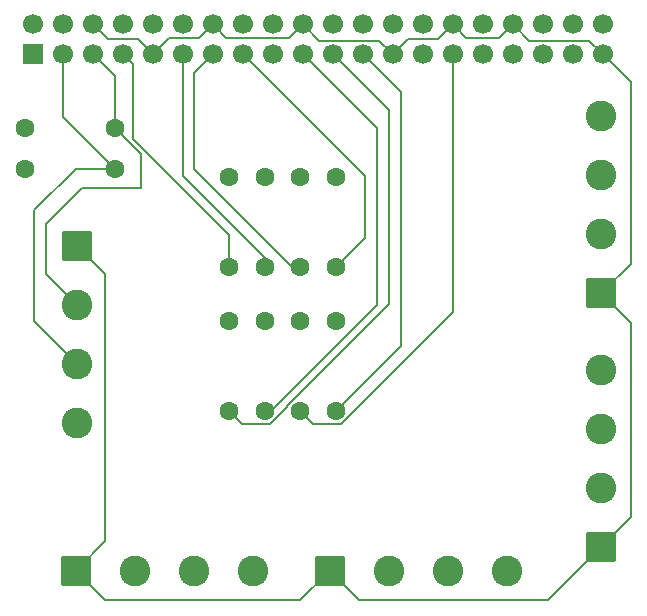
<source format=gbl>
%TF.GenerationSoftware,KiCad,Pcbnew,9.0.7*%
%TF.CreationDate,2026-01-29T23:32:27-08:00*%
%TF.ProjectId,encoders,656e636f-6465-4727-932e-6b696361645f,rev?*%
%TF.SameCoordinates,Original*%
%TF.FileFunction,Copper,L2,Bot*%
%TF.FilePolarity,Positive*%
%FSLAX46Y46*%
G04 Gerber Fmt 4.6, Leading zero omitted, Abs format (unit mm)*
G04 Created by KiCad (PCBNEW 9.0.7) date 2026-01-29 23:32:27*
%MOMM*%
%LPD*%
G01*
G04 APERTURE LIST*
G04 Aperture macros list*
%AMRoundRect*
0 Rectangle with rounded corners*
0 $1 Rounding radius*
0 $2 $3 $4 $5 $6 $7 $8 $9 X,Y pos of 4 corners*
0 Add a 4 corners polygon primitive as box body*
4,1,4,$2,$3,$4,$5,$6,$7,$8,$9,$2,$3,0*
0 Add four circle primitives for the rounded corners*
1,1,$1+$1,$2,$3*
1,1,$1+$1,$4,$5*
1,1,$1+$1,$6,$7*
1,1,$1+$1,$8,$9*
0 Add four rect primitives between the rounded corners*
20,1,$1+$1,$2,$3,$4,$5,0*
20,1,$1+$1,$4,$5,$6,$7,0*
20,1,$1+$1,$6,$7,$8,$9,0*
20,1,$1+$1,$8,$9,$2,$3,0*%
G04 Aperture macros list end*
%TA.AperFunction,ComponentPad*%
%ADD10RoundRect,0.250000X-1.050000X-1.050000X1.050000X-1.050000X1.050000X1.050000X-1.050000X1.050000X0*%
%TD*%
%TA.AperFunction,ComponentPad*%
%ADD11C,2.600000*%
%TD*%
%TA.AperFunction,ComponentPad*%
%ADD12RoundRect,0.250000X-1.050000X1.050000X-1.050000X-1.050000X1.050000X-1.050000X1.050000X1.050000X0*%
%TD*%
%TA.AperFunction,ComponentPad*%
%ADD13C,1.600000*%
%TD*%
%TA.AperFunction,ComponentPad*%
%ADD14RoundRect,0.250000X1.050000X-1.050000X1.050000X1.050000X-1.050000X1.050000X-1.050000X-1.050000X0*%
%TD*%
%TA.AperFunction,ComponentPad*%
%ADD15R,1.700000X1.700000*%
%TD*%
%TA.AperFunction,ComponentPad*%
%ADD16C,1.700000*%
%TD*%
%TA.AperFunction,Conductor*%
%ADD17C,0.200000*%
%TD*%
G04 APERTURE END LIST*
D10*
X133500000Y-92500000D03*
D11*
X138500000Y-92500000D03*
X143500000Y-92500000D03*
X148500000Y-92500000D03*
D12*
X112132500Y-65000000D03*
D11*
X112132500Y-70000000D03*
X112132500Y-75000000D03*
X112132500Y-80000000D03*
D13*
X107690000Y-58500000D03*
X115310000Y-58500000D03*
X131000000Y-59190000D03*
X131000000Y-66810000D03*
D10*
X112000000Y-92500000D03*
D11*
X117000000Y-92500000D03*
X122000000Y-92500000D03*
X127000000Y-92500000D03*
D13*
X125000000Y-71380000D03*
X125000000Y-79000000D03*
X131000000Y-71380000D03*
X131000000Y-79000000D03*
X125000000Y-59190000D03*
X125000000Y-66810000D03*
X128000000Y-71380000D03*
X128000000Y-79000000D03*
D14*
X156500000Y-69000000D03*
D11*
X156500000Y-64000000D03*
X156500000Y-59000000D03*
X156500000Y-54000000D03*
D13*
X134000000Y-71380000D03*
X134000000Y-79000000D03*
X128000000Y-59190000D03*
X128000000Y-66810000D03*
D14*
X156500000Y-90500000D03*
D11*
X156500000Y-85500000D03*
X156500000Y-80500000D03*
X156500000Y-75500000D03*
D13*
X107690000Y-55000000D03*
X115310000Y-55000000D03*
X134000000Y-59190000D03*
X134000000Y-66810000D03*
D15*
X108370000Y-48770000D03*
D16*
X108370000Y-46230000D03*
X110910000Y-48770000D03*
X110910000Y-46230000D03*
X113450000Y-48770000D03*
X113450000Y-46230000D03*
X115990000Y-48770000D03*
X115990000Y-46230000D03*
X118530000Y-48770000D03*
X118530000Y-46230000D03*
X121070000Y-48770000D03*
X121070000Y-46230000D03*
X123610000Y-48770000D03*
X123610000Y-46230000D03*
X126150000Y-48770000D03*
X126150000Y-46230000D03*
X128690000Y-48770000D03*
X128690000Y-46230000D03*
X131230000Y-48770000D03*
X131230000Y-46230000D03*
X133770000Y-48770000D03*
X133770000Y-46230000D03*
X136310000Y-48770000D03*
X136310000Y-46230000D03*
X138850000Y-48770000D03*
X138850000Y-46230000D03*
X141390000Y-48770000D03*
X141390000Y-46230000D03*
X143930000Y-48770000D03*
X143930000Y-46230000D03*
X146470000Y-48770000D03*
X146470000Y-46230000D03*
X149010000Y-48770000D03*
X149010000Y-46230000D03*
X151550000Y-48770000D03*
X151550000Y-46230000D03*
X154090000Y-48770000D03*
X154090000Y-46230000D03*
X156630000Y-48770000D03*
X156630000Y-46230000D03*
D17*
X112132500Y-65000000D02*
X114500000Y-67367500D01*
X117260000Y-47500000D02*
X114720000Y-47500000D01*
X123610000Y-46230000D02*
X122459000Y-47381000D01*
X155479000Y-47619000D02*
X150399000Y-47619000D01*
X147859000Y-47381000D02*
X145081000Y-47381000D01*
X118530000Y-48770000D02*
X117260000Y-47500000D01*
X149010000Y-46230000D02*
X147859000Y-47381000D01*
X122459000Y-47381000D02*
X119919000Y-47381000D01*
X112000000Y-92500000D02*
X114500000Y-95000000D01*
X159000000Y-71500000D02*
X156500000Y-69000000D01*
X156630000Y-48770000D02*
X155479000Y-47619000D01*
X132619000Y-47619000D02*
X131230000Y-46230000D01*
X152000000Y-95000000D02*
X156500000Y-90500000D01*
X114500000Y-95000000D02*
X131000000Y-95000000D01*
X145081000Y-47381000D02*
X143930000Y-46230000D01*
X133500000Y-92500000D02*
X136000000Y-95000000D01*
X114720000Y-47500000D02*
X113450000Y-46230000D01*
X131230000Y-46230000D02*
X130079000Y-47381000D01*
X143930000Y-46230000D02*
X142660000Y-47500000D01*
X150399000Y-47619000D02*
X149010000Y-46230000D01*
X130079000Y-47381000D02*
X124761000Y-47381000D01*
X136000000Y-95000000D02*
X152000000Y-95000000D01*
X131000000Y-95000000D02*
X133500000Y-92500000D01*
X124761000Y-47381000D02*
X123610000Y-46230000D01*
X159000000Y-88000000D02*
X159000000Y-71500000D01*
X156500000Y-90500000D02*
X159000000Y-88000000D01*
X138850000Y-48770000D02*
X137699000Y-47619000D01*
X156500000Y-69000000D02*
X159000000Y-66500000D01*
X159000000Y-51140000D02*
X156630000Y-48770000D01*
X114500000Y-90000000D02*
X112000000Y-92500000D01*
X142660000Y-47500000D02*
X140120000Y-47500000D01*
X159000000Y-66500000D02*
X159000000Y-51140000D01*
X137699000Y-47619000D02*
X132619000Y-47619000D01*
X119919000Y-47381000D02*
X118530000Y-48770000D01*
X140120000Y-47500000D02*
X138850000Y-48770000D01*
X114500000Y-67367500D02*
X114500000Y-90000000D01*
X110910000Y-48770000D02*
X110910000Y-54100000D01*
X110910000Y-54100000D02*
X115310000Y-58500000D01*
X115310000Y-58500000D02*
X112000000Y-58500000D01*
X112000000Y-58500000D02*
X108500000Y-62000000D01*
X108500000Y-71367500D02*
X112132500Y-75000000D01*
X108500000Y-62000000D02*
X108500000Y-71367500D01*
X113450000Y-48770000D02*
X115310000Y-50630000D01*
X109500000Y-63123170D02*
X109500000Y-67367500D01*
X115310000Y-50630000D02*
X115310000Y-55000000D01*
X112534170Y-60089000D02*
X109500000Y-63123170D01*
X109500000Y-67367500D02*
X112132500Y-70000000D01*
X115310000Y-55000000D02*
X117500000Y-57190000D01*
X117500000Y-60089000D02*
X112534170Y-60089000D01*
X117500000Y-57190000D02*
X117500000Y-60089000D01*
X125000000Y-66810000D02*
X125000000Y-64122900D01*
X125000000Y-64122900D02*
X116840000Y-55962900D01*
X116840000Y-49620000D02*
X115990000Y-48770000D01*
X116840000Y-55962900D02*
X116840000Y-49620000D01*
X128000000Y-66000000D02*
X121070000Y-59070000D01*
X121070000Y-59070000D02*
X121070000Y-48770000D01*
X128000000Y-66810000D02*
X128000000Y-66000000D01*
X123610000Y-48770000D02*
X122000000Y-50380000D01*
X122000000Y-58500000D02*
X130310000Y-66810000D01*
X131000000Y-66810000D02*
X130310000Y-66810000D01*
X122000000Y-50380000D02*
X122000000Y-58500000D01*
X136500000Y-59120000D02*
X126150000Y-48770000D01*
X134000000Y-66810000D02*
X136500000Y-64310000D01*
X136500000Y-64310000D02*
X136500000Y-59120000D01*
X137500000Y-70000000D02*
X128500000Y-79000000D01*
X137500000Y-55040000D02*
X137500000Y-70000000D01*
X131230000Y-48770000D02*
X137500000Y-55040000D01*
X128500000Y-79000000D02*
X128000000Y-79000000D01*
X133770000Y-48770000D02*
X138500000Y-53500000D01*
X138500000Y-69942950D02*
X129899000Y-78543950D01*
X129899000Y-78543950D02*
X129899000Y-78658050D01*
X129899000Y-78658050D02*
X128456050Y-80101000D01*
X126101000Y-80101000D02*
X125000000Y-79000000D01*
X128456050Y-80101000D02*
X126101000Y-80101000D01*
X138500000Y-53500000D02*
X138500000Y-69942950D01*
X139500000Y-73500000D02*
X134000000Y-79000000D01*
X136310000Y-48770000D02*
X139500000Y-51960000D01*
X139500000Y-51960000D02*
X139500000Y-73500000D01*
X143930000Y-48770000D02*
X143930000Y-70627050D01*
X134456050Y-80101000D02*
X132101000Y-80101000D01*
X143930000Y-70627050D02*
X134456050Y-80101000D01*
X132101000Y-80101000D02*
X131000000Y-79000000D01*
M02*

</source>
